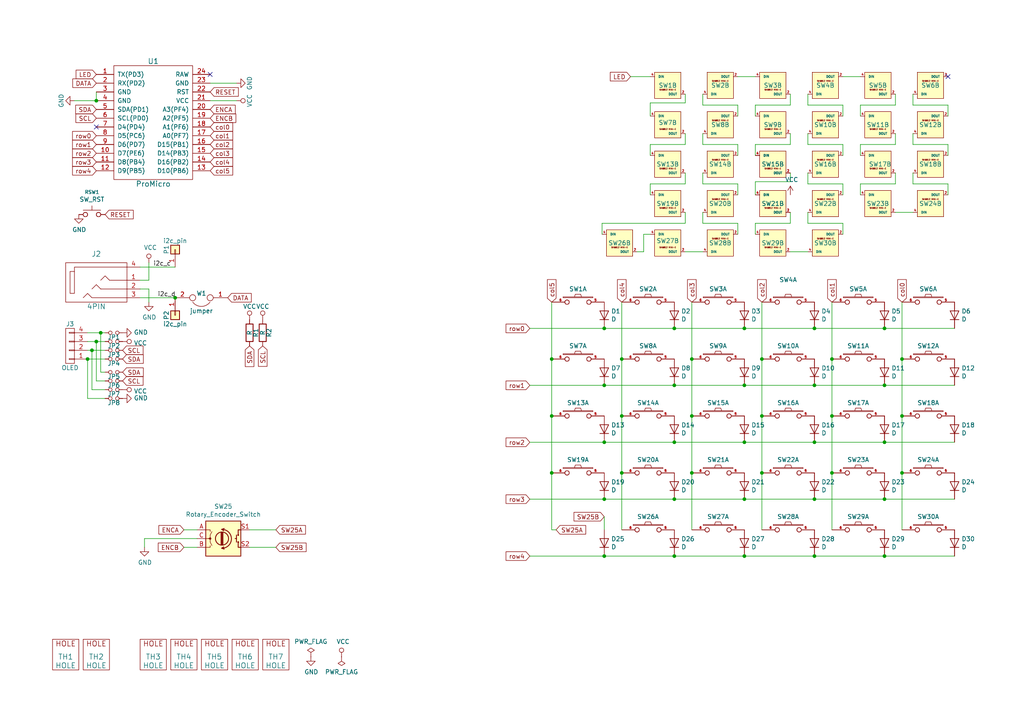
<source format=kicad_sch>
(kicad_sch (version 20230121) (generator eeschema)
  (paper "A4")
  (junction (at 241.3 120.65))
  (junction (at 261.62 104.14))
  (junction (at 175.26 144.78))
  (junction (at 256.54 144.78))
  (junction (at 195.58 161.29))
  (junction (at 200.66 137.16))
  (junction (at 256.54 128.27))
  (junction (at 195.58 128.27))
  (junction (at 261.62 120.65))
  (junction (at 236.22 144.78))
  (junction (at 175.26 161.29))
  (junction (at 180.34 137.16))
  (junction (at 160.02 137.16))
  (junction (at 175.26 128.27))
  (junction (at 236.22 95.25))
  (junction (at 220.98 120.65))
  (junction (at 215.9 128.27))
  (junction (at 195.58 111.76))
  (junction (at 256.54 161.29))
  (junction (at 175.26 111.76))
  (junction (at 29.21 96.52))
  (junction (at 25.4 104.14))
  (junction (at 180.34 120.65))
  (junction (at 200.66 120.65))
  (junction (at 220.98 104.14))
  (junction (at 27.94 29.21))
  (junction (at 50.8 86.36))
  (junction (at 195.58 95.25))
  (junction (at 26.67 101.6))
  (junction (at 220.98 137.16))
  (junction (at 200.66 104.14))
  (junction (at 241.3 137.16))
  (junction (at 180.34 104.14))
  (junction (at 256.54 111.76))
  (junction (at 236.22 128.27))
  (junction (at 236.22 161.29))
  (junction (at 160.02 104.14))
  (junction (at 215.9 144.78))
  (junction (at 215.9 95.25))
  (junction (at 236.22 111.76))
  (junction (at 261.62 137.16))
  (junction (at 27.94 99.06))
  (junction (at 195.58 144.78))
  (junction (at 175.26 95.25))
  (junction (at 215.9 111.76))
  (junction (at 160.02 120.65))
  (junction (at 215.9 161.29))
  (junction (at 241.3 104.14))
  (junction (at 256.54 95.25))
  (no_connect (at 27.94 36.83))
  (no_connect (at 274.955 22.225))
  (no_connect (at 60.96 21.59))
  (wire (pts (xy 30.48 104.14) (xy 25.4 104.14)))
  (wire (pts (xy 198.755 73.025) (xy 203.835 73.025)))
  (wire (pts (xy 229.235 38.735) (xy 229.235 41.91)))
  (wire (pts (xy 234.315 53.34) (xy 234.315 50.165)))
  (wire (pts (xy 219.075 64.77) (xy 219.075 67.945)))
  (wire (pts (xy 26.67 101.6) (xy 26.67 113.03)))
  (wire (pts (xy 259.715 30.48) (xy 249.555 30.48)))
  (wire (pts (xy 174.625 64.77) (xy 174.625 67.945)))
  (wire (pts (xy 213.995 45.085) (xy 213.995 41.91)))
  (wire (pts (xy 203.835 64.77) (xy 203.835 61.595)))
  (wire (pts (xy 25.4 96.52) (xy 29.21 96.52)))
  (wire (pts (xy 264.795 30.48) (xy 264.795 27.305)))
  (wire (pts (xy 180.34 104.14) (xy 180.34 120.65)))
  (wire (pts (xy 213.995 64.77) (xy 203.835 64.77)))
  (wire (pts (xy 198.755 29.845) (xy 188.595 29.845)))
  (wire (pts (xy 26.67 101.6) (xy 30.48 101.6)))
  (wire (pts (xy 256.54 128.27) (xy 276.86 128.27)))
  (wire (pts (xy 215.9 161.29) (xy 236.22 161.29)))
  (wire (pts (xy 244.475 56.515) (xy 244.475 53.34)))
  (wire (pts (xy 274.955 53.34) (xy 264.795 53.34)))
  (wire (pts (xy 203.835 41.91) (xy 203.835 38.735)))
  (wire (pts (xy 256.54 95.25) (xy 276.86 95.25)))
  (wire (pts (xy 244.475 53.34) (xy 234.315 53.34)))
  (wire (pts (xy 229.235 41.91) (xy 219.075 41.91)))
  (wire (pts (xy 264.795 41.91) (xy 264.795 38.735)))
  (wire (pts (xy 261.62 104.14) (xy 261.62 87.63)))
  (wire (pts (xy 160.02 137.16) (xy 160.02 153.67)))
  (wire (pts (xy 234.315 64.77) (xy 234.315 61.595)))
  (wire (pts (xy 249.555 53.34) (xy 249.555 56.515)))
  (wire (pts (xy 261.62 120.65) (xy 261.62 104.14)))
  (wire (pts (xy 200.66 120.65) (xy 200.66 137.16)))
  (wire (pts (xy 203.835 53.34) (xy 203.835 50.165)))
  (wire (pts (xy 274.955 30.48) (xy 264.795 30.48)))
  (wire (pts (xy 188.595 41.91) (xy 188.595 45.085)))
  (wire (pts (xy 274.955 56.515) (xy 274.955 53.34)))
  (wire (pts (xy 244.475 33.655) (xy 244.475 30.48)))
  (wire (pts (xy 241.3 87.63) (xy 241.3 104.14)))
  (wire (pts (xy 259.715 61.595) (xy 264.795 61.595)))
  (wire (pts (xy 195.58 128.27) (xy 215.9 128.27)))
  (wire (pts (xy 213.995 53.34) (xy 203.835 53.34)))
  (wire (pts (xy 236.22 111.76) (xy 256.54 111.76)))
  (wire (pts (xy 215.9 95.25) (xy 236.22 95.25)))
  (wire (pts (xy 72.39 158.75) (xy 80.01 158.75)))
  (wire (pts (xy 229.235 61.595) (xy 229.235 64.77)))
  (wire (pts (xy 213.995 56.515) (xy 213.995 53.34)))
  (wire (pts (xy 259.715 41.91) (xy 249.555 41.91)))
  (wire (pts (xy 195.58 111.76) (xy 175.26 111.76)))
  (wire (pts (xy 60.96 24.13) (xy 68.58 24.13)))
  (wire (pts (xy 186.69 73.025) (xy 186.69 67.945)))
  (wire (pts (xy 43.18 76.2) (xy 43.18 81.28)))
  (wire (pts (xy 175.26 128.27) (xy 153.67 128.27)))
  (wire (pts (xy 53.34 153.67) (xy 57.15 153.67)))
  (wire (pts (xy 180.34 120.65) (xy 180.34 137.16)))
  (wire (pts (xy 41.91 156.21) (xy 41.91 158.75)))
  (wire (pts (xy 261.62 120.65) (xy 261.62 137.16)))
  (wire (pts (xy 259.715 38.735) (xy 259.715 41.91)))
  (wire (pts (xy 27.94 99.06) (xy 30.48 99.06)))
  (wire (pts (xy 259.715 27.305) (xy 259.715 30.48)))
  (wire (pts (xy 198.755 38.735) (xy 198.755 41.91)))
  (wire (pts (xy 241.3 137.16) (xy 241.3 120.65)))
  (wire (pts (xy 200.66 137.16) (xy 200.66 153.67)))
  (wire (pts (xy 244.475 22.225) (xy 249.555 22.225)))
  (wire (pts (xy 175.26 144.78) (xy 153.67 144.78)))
  (wire (pts (xy 175.26 161.29) (xy 195.58 161.29)))
  (wire (pts (xy 215.9 128.27) (xy 236.22 128.27)))
  (wire (pts (xy 198.755 50.165) (xy 198.755 53.34)))
  (wire (pts (xy 25.4 104.14) (xy 25.4 115.57)))
  (wire (pts (xy 198.755 41.91) (xy 188.595 41.91)))
  (wire (pts (xy 229.235 73.025) (xy 234.315 73.025)))
  (wire (pts (xy 241.3 137.16) (xy 241.3 153.67)))
  (wire (pts (xy 256.54 95.25) (xy 236.22 95.25)))
  (wire (pts (xy 57.15 156.21) (xy 41.91 156.21)))
  (wire (pts (xy 180.34 87.63) (xy 180.34 104.14)))
  (wire (pts (xy 220.98 104.14) (xy 220.98 120.65)))
  (wire (pts (xy 27.94 29.21) (xy 21.59 29.21)))
  (wire (pts (xy 43.18 83.82) (xy 43.18 87.63)))
  (wire (pts (xy 198.755 27.305) (xy 198.755 29.845)))
  (wire (pts (xy 188.595 29.845) (xy 188.595 33.655)))
  (wire (pts (xy 160.02 87.63) (xy 160.02 104.14)))
  (wire (pts (xy 27.94 26.67) (xy 27.94 29.21)))
  (wire (pts (xy 40.64 77.47) (xy 50.8 77.47)))
  (wire (pts (xy 25.4 115.57) (xy 30.48 115.57)))
  (wire (pts (xy 259.715 50.165) (xy 259.715 53.34)))
  (wire (pts (xy 72.39 153.67) (xy 80.01 153.67)))
  (wire (pts (xy 175.26 111.76) (xy 153.67 111.76)))
  (wire (pts (xy 215.9 111.76) (xy 236.22 111.76)))
  (wire (pts (xy 213.995 33.655) (xy 213.995 30.48)))
  (wire (pts (xy 229.235 30.48) (xy 219.075 30.48)))
  (wire (pts (xy 40.64 86.36) (xy 50.8 86.36)))
  (wire (pts (xy 241.3 104.14) (xy 241.3 120.65)))
  (wire (pts (xy 213.995 22.225) (xy 219.075 22.225)))
  (wire (pts (xy 43.18 81.28) (xy 40.64 81.28)))
  (wire (pts (xy 261.62 137.16) (xy 261.62 153.67)))
  (wire (pts (xy 236.22 144.78) (xy 256.54 144.78)))
  (wire (pts (xy 195.58 161.29) (xy 215.9 161.29)))
  (wire (pts (xy 182.88 22.225) (xy 188.595 22.225)))
  (wire (pts (xy 229.235 52.705) (xy 219.075 52.705)))
  (wire (pts (xy 25.4 99.06) (xy 27.94 99.06)))
  (wire (pts (xy 215.9 144.78) (xy 236.22 144.78)))
  (wire (pts (xy 198.755 61.595) (xy 198.755 64.77)))
  (wire (pts (xy 256.54 111.76) (xy 276.86 111.76)))
  (wire (pts (xy 244.475 30.48) (xy 234.315 30.48)))
  (wire (pts (xy 244.475 64.77) (xy 234.315 64.77)))
  (wire (pts (xy 175.26 95.25) (xy 153.67 95.25)))
  (wire (pts (xy 219.075 52.705) (xy 219.075 56.515)))
  (wire (pts (xy 53.34 158.75) (xy 57.15 158.75)))
  (wire (pts (xy 25.4 101.6) (xy 26.67 101.6)))
  (wire (pts (xy 219.075 41.91) (xy 219.075 45.085)))
  (wire (pts (xy 234.315 41.91) (xy 234.315 38.735)))
  (wire (pts (xy 244.475 45.085) (xy 244.475 41.91)))
  (wire (pts (xy 229.235 50.165) (xy 229.235 52.705)))
  (wire (pts (xy 256.54 144.78) (xy 276.86 144.78)))
  (wire (pts (xy 229.235 64.77) (xy 219.075 64.77)))
  (wire (pts (xy 180.34 137.16) (xy 180.34 153.67)))
  (wire (pts (xy 153.67 161.29) (xy 175.26 161.29)))
  (wire (pts (xy 195.58 95.25) (xy 175.26 95.25)))
  (wire (pts (xy 160.02 153.67) (xy 161.29 153.67)))
  (wire (pts (xy 220.98 120.65) (xy 220.98 137.16)))
  (wire (pts (xy 29.21 96.52) (xy 30.48 96.52)))
  (wire (pts (xy 200.66 87.63) (xy 200.66 104.14)))
  (wire (pts (xy 203.835 30.48) (xy 203.835 27.305)))
  (wire (pts (xy 234.315 30.48) (xy 234.315 27.305)))
  (wire (pts (xy 249.555 41.91) (xy 249.555 45.085)))
  (wire (pts (xy 236.22 128.27) (xy 256.54 128.27)))
  (wire (pts (xy 264.795 53.34) (xy 264.795 50.165)))
  (wire (pts (xy 198.755 53.34) (xy 188.595 53.34)))
  (wire (pts (xy 274.955 41.91) (xy 264.795 41.91)))
  (wire (pts (xy 213.995 67.945) (xy 213.995 64.77)))
  (wire (pts (xy 175.26 149.86) (xy 175.26 153.67)))
  (wire (pts (xy 195.58 144.78) (xy 215.9 144.78)))
  (wire (pts (xy 198.755 64.77) (xy 174.625 64.77)))
  (wire (pts (xy 259.715 53.34) (xy 249.555 53.34)))
  (wire (pts (xy 195.58 111.76) (xy 215.9 111.76)))
  (wire (pts (xy 236.22 161.29) (xy 256.54 161.29)))
  (wire (pts (xy 213.995 30.48) (xy 203.835 30.48)))
  (wire (pts (xy 188.595 53.34) (xy 188.595 56.515)))
  (wire (pts (xy 244.475 41.91) (xy 234.315 41.91)))
  (wire (pts (xy 229.235 27.305) (xy 229.235 30.48)))
  (wire (pts (xy 195.58 95.25) (xy 215.9 95.25)))
  (wire (pts (xy 26.67 113.03) (xy 30.48 113.03)))
  (wire (pts (xy 244.475 67.945) (xy 244.475 64.77)))
  (wire (pts (xy 200.66 104.14) (xy 200.66 120.65)))
  (wire (pts (xy 40.64 83.82) (xy 43.18 83.82)))
  (wire (pts (xy 29.21 107.95) (xy 30.48 107.95)))
  (wire (pts (xy 256.54 161.29) (xy 276.86 161.29)))
  (wire (pts (xy 195.58 144.78) (xy 175.26 144.78)))
  (wire (pts (xy 220.98 137.16) (xy 220.98 153.67)))
  (wire (pts (xy 186.69 67.945) (xy 188.595 67.945)))
  (wire (pts (xy 274.955 45.085) (xy 274.955 41.91)))
  (wire (pts (xy 27.94 99.06) (xy 27.94 110.49)))
  (wire (pts (xy 195.58 128.27) (xy 175.26 128.27)))
  (wire (pts (xy 160.02 120.65) (xy 160.02 137.16)))
  (wire (pts (xy 274.955 33.655) (xy 274.955 30.48)))
  (wire (pts (xy 219.075 30.48) (xy 219.075 33.655)))
  (wire (pts (xy 160.02 104.14) (xy 160.02 120.65)))
  (wire (pts (xy 220.98 87.63) (xy 220.98 104.14)))
  (wire (pts (xy 27.94 110.49) (xy 30.48 110.49)))
  (wire (pts (xy 29.21 96.52) (xy 29.21 107.95)))
  (wire (pts (xy 213.995 41.91) (xy 203.835 41.91)))
  (wire (pts (xy 184.785 73.025) (xy 186.69 73.025)))
  (wire (pts (xy 60.96 29.21) (xy 68.58 29.21)))
  (wire (pts (xy 249.555 30.48) (xy 249.555 33.655)))
  (label "i2c_d" (at 45.72 86.36 0))
  (label "i2c_c" (at 44.45 77.47 0))
  (global_label "col1" (shape input) (at 60.96 39.37 0) (property "Intersheetrefs" "${INTERSHEET_REFS}" (effects hide)))
  (global_label "col3" (shape input) (at 60.96 44.45 0) (property "Intersheetrefs" "${INTERSHEET_REFS}" (effects hide)))
  (global_label "LED" (shape input) (at 27.94 21.59 180) (property "Intersheetrefs" "${INTERSHEET_REFS}" (effects hide)))
  (global_label "row0" (shape input) (at 27.94 39.37 180) (property "Intersheetrefs" "${INTERSHEET_REFS}" (effects hide)))
  (global_label "SDA" (shape input) (at 72.39 100.33 270) (property "Intersheetrefs" "${INTERSHEET_REFS}" (effects hide)))
  (global_label "LED" (shape input) (at 182.88 22.225 180) (property "Intersheetrefs" "${INTERSHEET_REFS}" (effects hide)))
  (global_label "col0" (shape input) (at 261.62 87.63 90) (property "Intersheetrefs" "${INTERSHEET_REFS}" (effects hide)))
  (global_label "col5" (shape input) (at 60.96 49.53 0) (property "Intersheetrefs" "${INTERSHEET_REFS}" (effects hide)))
  (global_label "SCL" (shape input) (at 35.56 110.49 0) (property "Intersheetrefs" "${INTERSHEET_REFS}" (effects hide)))
  (global_label "row1" (shape input) (at 27.94 41.91 180) (property "Intersheetrefs" "${INTERSHEET_REFS}" (effects hide)))
  (global_label "col5" (shape input) (at 160.02 87.63 90) (property "Intersheetrefs" "${INTERSHEET_REFS}" (effects hide)))
  (global_label "col4" (shape input) (at 180.34 87.63 90) (property "Intersheetrefs" "${INTERSHEET_REFS}" (effects hide)))
  (global_label "SW25B" (shape input) (at 80.01 158.75 0) (property "Intersheetrefs" "${INTERSHEET_REFS}" (effects hide)))
  (global_label "SW25B" (shape input) (at 175.26 149.86 180) (property "Intersheetrefs" "${INTERSHEET_REFS}" (effects hide)))
  (global_label "DATA" (shape input) (at 27.94 24.13 180) (property "Intersheetrefs" "${INTERSHEET_REFS}" (effects hide)))
  (global_label "ENCA" (shape input) (at 60.96 31.75 0) (property "Intersheetrefs" "${INTERSHEET_REFS}" (effects hide)))
  (global_label "SCL" (shape input) (at 35.56 101.6 0) (property "Intersheetrefs" "${INTERSHEET_REFS}" (effects hide)))
  (global_label "row3" (shape input) (at 153.67 144.78 180) (property "Intersheetrefs" "${INTERSHEET_REFS}" (effects hide)))
  (global_label "col3" (shape input) (at 200.66 87.63 90) (property "Intersheetrefs" "${INTERSHEET_REFS}" (effects hide)))
  (global_label "RESET" (shape input) (at 30.48 62.23 0) (property "Intersheetrefs" "${INTERSHEET_REFS}" (effects hide)))
  (global_label "SDA" (shape input) (at 35.56 104.14 0) (property "Intersheetrefs" "${INTERSHEET_REFS}" (effects hide)))
  (global_label "ENCB" (shape input) (at 60.96 34.29 0) (property "Intersheetrefs" "${INTERSHEET_REFS}" (effects hide)))
  (global_label "row2" (shape input) (at 27.94 44.45 180) (property "Intersheetrefs" "${INTERSHEET_REFS}" (effects hide)))
  (global_label "row4" (shape input) (at 27.94 49.53 180) (property "Intersheetrefs" "${INTERSHEET_REFS}" (effects hide)))
  (global_label "col4" (shape input) (at 60.96 46.99 0) (property "Intersheetrefs" "${INTERSHEET_REFS}" (effects hide)))
  (global_label "RESET" (shape input) (at 60.96 26.67 0) (property "Intersheetrefs" "${INTERSHEET_REFS}" (effects hide)))
  (global_label "col2" (shape input) (at 220.98 87.63 90) (property "Intersheetrefs" "${INTERSHEET_REFS}" (effects hide)))
  (global_label "col1" (shape input) (at 241.3 87.63 90) (property "Intersheetrefs" "${INTERSHEET_REFS}" (effects hide)))
  (global_label "row4" (shape input) (at 153.67 161.29 180) (property "Intersheetrefs" "${INTERSHEET_REFS}" (effects hide)))
  (global_label "row2" (shape input) (at 153.67 128.27 180) (property "Intersheetrefs" "${INTERSHEET_REFS}" (effects hide)))
  (global_label "row3" (shape input) (at 27.94 46.99 180) (property "Intersheetrefs" "${INTERSHEET_REFS}" (effects hide)))
  (global_label "SCL" (shape input) (at 27.94 34.29 180) (property "Intersheetrefs" "${INTERSHEET_REFS}" (effects hide)))
  (global_label "ENCA" (shape input) (at 53.34 153.67 180) (property "Intersheetrefs" "${INTERSHEET_REFS}" (effects hide)))
  (global_label "ENCB" (shape input) (at 53.34 158.75 180) (property "Intersheetrefs" "${INTERSHEET_REFS}" (effects hide)))
  (global_label "SDA" (shape input) (at 35.56 107.95 0) (property "Intersheetrefs" "${INTERSHEET_REFS}" (effects hide)))
  (global_label "col0" (shape input) (at 60.96 36.83 0) (property "Intersheetrefs" "${INTERSHEET_REFS}" (effects hide)))
  (global_label "SW25A" (shape input) (at 161.29 153.67 0) (property "Intersheetrefs" "${INTERSHEET_REFS}" (effects hide)))
  (global_label "DATA" (shape input) (at 66.04 86.36 0) (property "Intersheetrefs" "${INTERSHEET_REFS}" (effects hide)))
  (global_label "SW25A" (shape input) (at 80.01 153.67 0) (property "Intersheetrefs" "${INTERSHEET_REFS}" (effects hide)))
  (global_label "SCL" (shape input) (at 76.2 100.33 270) (property "Intersheetrefs" "${INTERSHEET_REFS}" (effects hide)))
  (global_label "row0" (shape input) (at 153.67 95.25 180) (property "Intersheetrefs" "${INTERSHEET_REFS}" (effects hide)))
  (global_label "row1" (shape input) (at 153.67 111.76 180) (property "Intersheetrefs" "${INTERSHEET_REFS}" (effects hide)))
  (global_label "SDA" (shape input) (at 27.94 31.75 180) (property "Intersheetrefs" "${INTERSHEET_REFS}" (effects hide)))
  (global_label "col2" (shape input) (at 60.96 41.91 0) (property "Intersheetrefs" "${INTERSHEET_REFS}" (effects hide)))
  (symbol (lib_id "SofleKeyboard-rescue:ProMicro_2-Lily58-cache-Lily58_Pro-rescue") (at 44.45 35.56 0) (unit 1)
    (property "Reference" "U1" (at 44.45 17.78 0) (effects (font (size 1.524 1.524))))
    (property "Value" "ProMicro" (at 44.45 53.34 0) (effects (font (size 1.524 1.524))))
    (property "Footprint" "SofleKeyboard-footprint:ProMicro" (effects hide))
  )
  (symbol (lib_id "SofleKeyboard:SW_PUSH_LED") (at 187.96 153.67 0) (unit 1)
    (property "Reference" "SW26" (at 187.96 149.86 0))
    (property "Value" "SW_PUSH_LED" (effects hide))
    (property "Footprint" "SofleChoc:Choc_Hotswap_SK6812MiniE" (effects hide))
  )
  (symbol (lib_id "SofleKeyboard:SW_PUSH_LED") (at 167.64 87.63 0) (unit 1)
    (property "Reference" "SW1" (at 167.64 83.82 0))
    (property "Value" "SW_PUSH_LED" (effects hide))
    (property "Footprint" "SofleChoc:Choc_Hotswap_SK6812MiniE" (effects hide))
  )
  (symbol (lib_id "SofleKeyboard-rescue:D-Lily58-cache-Lily58_Pro-rescue") (at 175.26 91.44 90) (unit 1)
    (property "Reference" "D1" (at 177.2666 90.2716 90) (effects (justify right)))
    (property "Value" "D" (at 177.2666 92.583 90) (effects (justify right)))
    (property "Footprint" "Diode_SMD:crkbd-diode" (effects hide))
  )
  (symbol (lib_id "SofleKeyboard:SW_PUSH_LED") (at 187.96 87.63 0) (unit 1)
    (property "Reference" "SW2" (at 187.96 83.82 0))
    (property "Value" "SW_PUSH_LED" (effects hide))
    (property "Footprint" "SofleChoc:Choc_Hotswap_SK6812MiniE" (effects hide))
  )
  (symbol (lib_id "SofleKeyboard-rescue:D-Lily58-cache-Lily58_Pro-rescue") (at 195.58 91.44 90) (unit 1)
    (property "Reference" "D2" (at 197.5866 90.2716 90) (effects (justify right)))
    (property "Value" "D" (at 197.5866 92.583 90) (effects (justify right)))
    (property "Footprint" "Diode_SMD:crkbd-diode" (effects hide))
  )
  (symbol (lib_id "SofleKeyboard:SW_PUSH_LED") (at 208.28 87.63 0) (unit 1)
    (property "Reference" "SW3" (at 208.28 83.82 0))
    (property "Value" "SW_PUSH_LED" (effects hide))
    (property "Footprint" "SofleChoc:Choc_Hotswap_SK6812MiniE" (effects hide))
  )
  (symbol (lib_id "SofleKeyboard-rescue:D-Lily58-cache-Lily58_Pro-rescue") (at 215.9 91.44 90) (unit 1)
    (property "Reference" "D3" (at 217.9066 90.2716 90) (effects (justify right)))
    (property "Value" "D" (at 217.9066 92.583 90) (effects (justify right)))
    (property "Footprint" "Diode_SMD:crkbd-diode" (effects hide))
  )
  (symbol (lib_id "SofleKeyboard:SW_PUSH_LED") (at 228.6 87.63 0) (unit 1)
    (property "Reference" "SW4" (at 228.6 81.153 0))
    (property "Value" "SW_PUSH_LED" (effects hide))
    (property "Footprint" "SofleChoc:Choc_Hotswap_SK6812MiniE" (effects hide))
  )
  (symbol (lib_id "SofleKeyboard-rescue:D-Lily58-cache-Lily58_Pro-rescue") (at 236.22 91.44 90) (unit 1)
    (property "Reference" "D4" (at 238.2266 90.2716 90) (effects (justify right)))
    (property "Value" "D" (at 238.2266 92.583 90) (effects (justify right)))
    (property "Footprint" "Diode_SMD:crkbd-diode" (effects hide))
  )
  (symbol (lib_id "SofleKeyboard:SW_PUSH_LED") (at 248.92 87.63 0) (unit 1)
    (property "Reference" "SW5" (at 248.92 83.82 0))
    (property "Value" "SW_PUSH_LED" (effects hide))
    (property "Footprint" "SofleChoc:Choc_Hotswap_SK6812MiniE" (effects hide))
  )
  (symbol (lib_id "SofleKeyboard-rescue:D-Lily58-cache-Lily58_Pro-rescue") (at 256.54 91.44 90) (unit 1)
    (property "Reference" "D5" (at 258.5466 90.2716 90) (effects (justify right)))
    (property "Value" "D" (at 258.5466 92.583 90) (effects (justify right)))
    (property "Footprint" "Diode_SMD:crkbd-diode" (effects hide))
  )
  (symbol (lib_id "SofleKeyboard:SW_PUSH_LED") (at 269.24 87.63 0) (unit 1)
    (property "Reference" "SW6" (at 269.24 83.82 0))
    (property "Value" "SW_PUSH_LED" (effects hide))
    (property "Footprint" "SofleChoc:Choc_Hotswap_SK6812MiniE" (effects hide))
  )
  (symbol (lib_id "SofleKeyboard-rescue:D-Lily58-cache-Lily58_Pro-rescue") (at 276.86 91.44 90) (unit 1)
    (property "Reference" "D6" (at 278.8666 90.2716 90) (effects (justify right)))
    (property "Value" "D" (at 278.8666 92.583 90) (effects (justify right)))
    (property "Footprint" "Diode_SMD:crkbd-diode" (effects hide))
  )
  (symbol (lib_id "SofleKeyboard:SW_PUSH_LED") (at 187.96 104.14 0) (unit 1)
    (property "Reference" "SW8" (at 187.96 100.33 0))
    (property "Value" "SW_PUSH_LED" (effects hide))
    (property "Footprint" "SofleChoc:Choc_Hotswap_SK6812MiniE" (effects hide))
  )
  (symbol (lib_id "SofleKeyboard:SW_PUSH_LED") (at 208.28 104.14 0) (unit 1)
    (property "Reference" "SW9" (at 208.28 100.33 0))
    (property "Value" "SW_PUSH_LED" (effects hide))
    (property "Footprint" "SofleChoc:Choc_Hotswap_SK6812MiniE" (effects hide))
  )
  (symbol (lib_id "SofleKeyboard:SW_PUSH_LED") (at 228.6 104.14 0) (unit 1)
    (property "Reference" "SW10" (at 228.6 100.33 0))
    (property "Value" "SW_PUSH_LED" (effects hide))
    (property "Footprint" "SofleChoc:Choc_Hotswap_SK6812MiniE" (effects hide))
  )
  (symbol (lib_id "SofleKeyboard:SW_PUSH_LED") (at 248.92 104.14 0) (unit 1)
    (property "Reference" "SW11" (at 248.92 100.33 0))
    (property "Value" "SW_PUSH_LED" (effects hide))
    (property "Footprint" "SofleChoc:Choc_Hotswap_SK6812MiniE" (effects hide))
  )
  (symbol (lib_id "SofleKeyboard:SW_PUSH_LED") (at 269.24 104.14 0) (unit 1)
    (property "Reference" "SW12" (at 269.24 100.33 0))
    (property "Value" "SW_PUSH_LED" (effects hide))
    (property "Footprint" "SofleChoc:Choc_Hotswap_SK6812MiniE" (effects hide))
  )
  (symbol (lib_id "SofleKeyboard:SW_PUSH_LED") (at 167.64 104.14 0) (unit 1)
    (property "Reference" "SW7" (at 167.64 100.33 0))
    (property "Value" "SW_PUSH_LED" (effects hide))
    (property "Footprint" "SofleChoc:Choc_Hotswap_SK6812MiniE" (effects hide))
  )
  (symbol (lib_id "SofleKeyboard-rescue:D-Lily58-cache-Lily58_Pro-rescue") (at 175.26 107.95 90) (unit 1)
    (property "Reference" "D7" (at 177.2666 106.7816 90) (effects (justify right)))
    (property "Value" "D" (at 177.2666 109.093 90) (effects (justify right)))
    (property "Footprint" "Diode_SMD:crkbd-diode" (effects hide))
  )
  (symbol (lib_id "SofleKeyboard-rescue:D-Lily58-cache-Lily58_Pro-rescue") (at 195.58 107.95 90) (unit 1)
    (property "Reference" "D8" (at 197.5866 106.7816 90) (effects (justify right)))
    (property "Value" "D" (at 197.5866 109.093 90) (effects (justify right)))
    (property "Footprint" "Diode_SMD:crkbd-diode" (effects hide))
  )
  (symbol (lib_id "SofleKeyboard-rescue:D-Lily58-cache-Lily58_Pro-rescue") (at 215.9 107.95 90) (unit 1)
    (property "Reference" "D9" (at 217.9066 106.7816 90) (effects (justify right)))
    (property "Value" "D" (at 217.9066 109.093 90) (effects (justify right)))
    (property "Footprint" "Diode_SMD:crkbd-diode" (effects hide))
  )
  (symbol (lib_id "SofleKeyboard-rescue:D-Lily58-cache-Lily58_Pro-rescue") (at 236.22 107.95 90) (unit 1)
    (property "Reference" "D10" (at 238.2266 106.7816 90) (effects (justify right)))
    (property "Value" "D" (at 238.2266 109.093 90) (effects (justify right)))
    (property "Footprint" "Diode_SMD:crkbd-diode" (effects hide))
  )
  (symbol (lib_id "SofleKeyboard-rescue:D-Lily58-cache-Lily58_Pro-rescue") (at 256.54 107.95 90) (unit 1)
    (property "Reference" "D11" (at 258.5466 106.7816 90) (effects (justify right)))
    (property "Value" "D" (at 258.5466 109.093 90) (effects (justify right)))
    (property "Footprint" "Diode_SMD:crkbd-diode" (effects hide))
  )
  (symbol (lib_id "SofleKeyboard-rescue:D-Lily58-cache-Lily58_Pro-rescue") (at 276.86 107.95 90) (unit 1)
    (property "Reference" "D12" (at 278.8666 106.7816 90) (effects (justify right)))
    (property "Value" "D" (at 278.8666 109.093 90) (effects (justify right)))
    (property "Footprint" "Diode_SMD:crkbd-diode" (effects hide))
  )
  (symbol (lib_id "SofleKeyboard:SW_PUSH_LED") (at 167.64 120.65 0) (unit 1)
    (property "Reference" "SW13" (at 167.64 116.84 0))
    (property "Value" "SW_PUSH_LED" (effects hide))
    (property "Footprint" "SofleChoc:Choc_Hotswap_SK6812MiniE" (effects hide))
  )
  (symbol (lib_id "SofleKeyboard:SW_PUSH_LED") (at 187.96 120.65 0) (unit 1)
    (property "Reference" "SW14" (at 187.96 116.84 0))
    (property "Value" "SW_PUSH_LED" (effects hide))
    (property "Footprint" "SofleChoc:Choc_Hotswap_SK6812MiniE" (effects hide))
  )
  (symbol (lib_id "SofleKeyboard:SW_PUSH_LED") (at 208.28 120.65 0) (unit 1)
    (property "Reference" "SW15" (at 208.28 116.84 0))
    (property "Value" "SW_PUSH_LED" (effects hide))
    (property "Footprint" "SofleChoc:Choc_Hotswap_SK6812MiniE" (effects hide))
  )
  (symbol (lib_id "SofleKeyboard:SW_PUSH_LED") (at 228.6 120.65 0) (unit 1)
    (property "Reference" "SW16" (at 228.6 116.84 0))
    (property "Value" "SW_PUSH_LED" (effects hide))
    (property "Footprint" "SofleChoc:Choc_Hotswap_SK6812MiniE" (effects hide))
  )
  (symbol (lib_id "SofleKeyboard:SW_PUSH_LED") (at 248.92 120.65 0) (unit 1)
    (property "Reference" "SW17" (at 248.92 116.84 0))
    (property "Value" "SW_PUSH_LED" (effects hide))
    (property "Footprint" "SofleChoc:Choc_Hotswap_SK6812MiniE" (effects hide))
  )
  (symbol (lib_id "SofleKeyboard:SW_PUSH_LED") (at 269.24 120.65 0) (unit 1)
    (property "Reference" "SW18" (at 269.24 116.84 0))
    (property "Value" "SW_PUSH_LED" (effects hide))
    (property "Footprint" "SofleChoc:Choc_Hotswap_SK6812MiniE" (effects hide))
  )
  (symbol (lib_id "SofleKeyboard-rescue:D-Lily58-cache-Lily58_Pro-rescue") (at 175.26 124.46 90) (unit 1)
    (property "Reference" "D13" (at 177.2666 123.2916 90) (effects (justify right)))
    (property "Value" "D" (at 177.2666 125.603 90) (effects (justify right)))
    (property "Footprint" "Diode_SMD:crkbd-diode" (effects hide))
  )
  (symbol (lib_id "SofleKeyboard-rescue:D-Lily58-cache-Lily58_Pro-rescue") (at 195.58 124.46 90) (unit 1)
    (property "Reference" "D14" (at 197.5866 123.2916 90) (effects (justify right)))
    (property "Value" "D" (at 197.5866 125.603 90) (effects (justify right)))
    (property "Footprint" "Diode_SMD:crkbd-diode" (effects hide))
  )
  (symbol (lib_id "SofleKeyboard-rescue:D-Lily58-cache-Lily58_Pro-rescue") (at 215.9 124.46 90) (unit 1)
    (property "Reference" "D15" (at 217.9066 123.2916 90) (effects (justify right)))
    (property "Value" "D" (at 217.9066 125.603 90) (effects (justify right)))
    (property "Footprint" "Diode_SMD:crkbd-diode" (effects hide))
  )
  (symbol (lib_id "SofleKeyboard-rescue:D-Lily58-cache-Lily58_Pro-rescue") (at 236.22 124.46 90) (unit 1)
    (property "Reference" "D16" (at 238.2266 123.2916 90) (effects (justify right)))
    (property "Value" "D" (at 238.2266 125.603 90) (effects (justify right)))
    (property "Footprint" "Diode_SMD:crkbd-diode" (effects hide))
  )
  (symbol (lib_id "SofleKeyboard-rescue:D-Lily58-cache-Lily58_Pro-rescue") (at 256.54 124.46 90) (unit 1)
    (property "Reference" "D17" (at 258.5466 123.2916 90) (effects (justify right)))
    (property "Value" "D" (at 258.5466 125.603 90) (effects (justify right)))
    (property "Footprint" "Diode_SMD:crkbd-diode" (effects hide))
  )
  (symbol (lib_id "SofleKeyboard-rescue:D-Lily58-cache-Lily58_Pro-rescue") (at 276.86 124.46 90) (unit 1)
    (property "Reference" "D18" (at 278.8666 123.2916 90) (effects (justify right)))
    (property "Value" "D" (at 278.8666 125.603 90) (effects (justify right)))
    (property "Footprint" "Diode_SMD:crkbd-diode" (effects hide))
  )
  (symbol (lib_id "SofleKeyboard:SW_PUSH_LED") (at 208.28 137.16 0) (unit 1)
    (property "Reference" "SW21" (at 208.28 133.35 0))
    (property "Value" "SW_PUSH_LED" (effects hide))
    (property "Footprint" "SofleChoc:Choc_Hotswap_SK6812MiniE" (effects hide))
  )
  (symbol (lib_id "SofleKeyboard:SW_PUSH_LED") (at 228.6 137.16 0) (unit 1)
    (property "Reference" "SW22" (at 228.6 133.35 0))
    (property "Value" "SW_PUSH_LED" (effects hide))
    (property "Footprint" "SofleChoc:Choc_Hotswap_SK6812MiniE" (effects hide))
  )
  (symbol (lib_id "SofleKeyboard:SW_PUSH_LED") (at 248.92 137.16 0) (unit 1)
    (property "Reference" "SW23" (at 248.92 133.35 0))
    (property "Value" "SW_PUSH_LED" (effects hide))
    (property "Footprint" "SofleChoc:Choc_Hotswap_SK6812MiniE" (effects hide))
  )
  (symbol (lib_id "SofleKeyboard:SW_PUSH_LED") (at 269.24 137.16 0) (unit 1)
    (property "Reference" "SW24" (at 269.24 133.35 0))
    (property "Value" "SW_PUSH_LED" (effects hide))
    (property "Footprint" "SofleChoc:Choc_Hotswap_SK6812MiniE" (effects hide))
  )
  (symbol (lib_id "SofleKeyboard:SW_PUSH_LED") (at 187.96 137.16 0) (unit 1)
    (property "Reference" "SW20" (at 187.96 133.35 0))
    (property "Value" "SW_PUSH_LED" (effects hide))
    (property "Footprint" "SofleChoc:Choc_Hotswap_SK6812MiniE" (effects hide))
  )
  (symbol (lib_id "SofleKeyboard:SW_PUSH_LED") (at 167.64 137.16 0) (unit 1)
    (property "Reference" "SW19" (at 167.64 133.35 0))
    (property "Value" "SW_PUSH_LED" (effects hide))
    (property "Footprint" "SofleChoc:Choc_Hotswap_SK6812MiniE" (effects hide))
  )
  (symbol (lib_id "SofleKeyboard-rescue:D-Lily58-cache-Lily58_Pro-rescue") (at 175.26 140.97 90) (unit 1)
    (property "Reference" "D19" (at 177.2666 139.8016 90) (effects (justify right)))
    (property "Value" "D" (at 177.2666 142.113 90) (effects (justify right)))
    (property "Footprint" "Diode_SMD:crkbd-diode" (effects hide))
  )
  (symbol (lib_id "SofleKeyboard-rescue:D-Lily58-cache-Lily58_Pro-rescue") (at 195.58 140.97 90) (unit 1)
    (property "Reference" "D20" (at 197.5866 139.8016 90) (effects (justify right)))
    (property "Value" "D" (at 197.5866 142.113 90) (effects (justify right)))
    (property "Footprint" "Diode_SMD:crkbd-diode" (effects hide))
  )
  (symbol (lib_id "SofleKeyboard-rescue:D-Lily58-cache-Lily58_Pro-rescue") (at 215.9 140.97 90) (unit 1)
    (property "Reference" "D21" (at 217.9066 139.8016 90) (effects (justify right)))
    (property "Value" "D" (at 217.9066 142.113 90) (effects (justify right)))
    (property "Footprint" "Diode_SMD:crkbd-diode" (effects hide))
  )
  (symbol (lib_id "SofleKeyboard-rescue:D-Lily58-cache-Lily58_Pro-rescue") (at 236.22 140.97 90) (unit 1)
    (property "Reference" "D22" (at 238.2266 139.8016 90) (effects (justify right)))
    (property "Value" "D" (at 238.2266 142.113 90) (effects (justify right)))
    (property "Footprint" "Diode_SMD:crkbd-diode" (effects hide))
  )
  (symbol (lib_id "SofleKeyboard-rescue:D-Lily58-cache-Lily58_Pro-rescue") (at 256.54 140.97 90) (unit 1)
    (property "Reference" "D23" (at 258.5466 139.8016 90) (effects (justify right)))
    (property "Value" "D" (at 258.5466 142.113 90) (effects (justify right)))
    (property "Footprint" "Diode_SMD:crkbd-diode" (effects hide))
  )
  (symbol (lib_id "SofleKeyboard-rescue:D-Lily58-cache-Lily58_Pro-rescue") (at 276.86 140.97 90) (unit 1)
    (property "Reference" "D24" (at 278.8666 139.8016 90) (effects (justify right)))
    (property "Value" "D" (at 278.8666 142.113 90) (effects (justify right)))
    (property "Footprint" "Diode_SMD:crkbd-diode" (effects hide))
  )
  (symbol (lib_id "SofleKeyboard:SW_PUSH_LED") (at 208.28 153.67 0) (unit 1)
    (property "Reference" "SW27" (at 208.28 149.86 0))
    (property "Value" "SW_PUSH_LED" (effects hide))
    (property "Footprint" "SofleChoc:Choc_Hotswap_SK6812MiniE" (effects hide))
  )
  (symbol (lib_id "SofleKeyboard:SW_PUSH_LED") (at 228.6 153.67 0) (unit 1)
    (property "Reference" "SW28" (at 228.6 149.86 0))
    (property "Value" "SW_PUSH_LED" (effects hide))
    (property "Footprint" "SofleChoc:Choc_Hotswap_SK6812MiniE" (effects hide))
  )
  (symbol (lib_id "SofleKeyboard:SW_PUSH_LED") (at 248.92 153.67 0) (unit 1)
    (property "Reference" "SW29" (at 248.92 149.86 0))
    (property "Value" "SW_PUSH_LED" (effects hide))
    (property "Footprint" "SofleChoc:Choc_Hotswap_SK6812MiniE" (effects hide))
  )
  (symbol (lib_id "SofleKeyboard-rescue:D-Lily58-cache-Lily58_Pro-rescue") (at 175.26 157.48 90) (unit 1)
    (property "Reference" "D25" (at 177.2666 156.3116 90) (effects (justify right)))
    (property "Value" "D" (at 177.2666 158.623 90) (effects (justify right)))
    (property "Footprint" "Diode_SMD:crkbd-diode" (effects hide))
  )
  (symbol (lib_id "SofleKeyboard-rescue:D-Lily58-cache-Lily58_Pro-rescue") (at 195.58 157.48 90) (unit 1)
    (property "Reference" "D26" (at 197.5866 156.3116 90) (effects (justify right)))
    (property "Value" "D" (at 197.5866 158.623 90) (effects (justify right)))
    (property "Footprint" "Diode_SMD:crkbd-diode" (effects hide))
  )
  (symbol (lib_id "SofleKeyboard-rescue:D-Lily58-cache-Lily58_Pro-rescue") (at 215.9 157.48 90) (unit 1)
    (property "Reference" "D27" (at 217.9066 156.3116 90) (effects (justify right)))
    (property "Value" "D" (at 217.9066 158.623 90) (effects (justify right)))
    (property "Footprint" "Diode_SMD:crkbd-diode" (effects hide))
  )
  (symbol (lib_id "SofleKeyboard-rescue:D-Lily58-cache-Lily58_Pro-rescue") (at 236.22 157.48 90) (unit 1)
    (property "Reference" "D28" (at 238.2266 156.3116 90) (effects (justify right)))
    (property "Value" "D" (at 238.2266 158.623 90) (effects (justify right)))
    (property "Footprint" "Diode_SMD:crkbd-diode" (effects hide))
  )
  (symbol (lib_id "SofleKeyboard-rescue:D-Lily58-cache-Lily58_Pro-rescue") (at 256.54 157.48 90) (unit 1)
    (property "Reference" "D29" (at 258.5466 156.3116 90) (effects (justify right)))
    (property "Value" "D" (at 258.5466 158.623 90) (effects (justify right)))
    (property "Footprint" "Diode_SMD:crkbd-diode" (effects hide))
  )
  (symbol (lib_id "SofleKeyboard-rescue:VCC-Lily58-cache-Lily58_Pro-rescue") (at 68.58 29.21 270) (unit 1)
    (property "Reference" "#PWR04" (effects hide))
    (property "Value" "VCC" (at 72.39 29.21 0))
  )
  (symbol (lib_id "SofleKeyboard-rescue:VCC-Lily58-cache-Lily58_Pro-rescue") (at 72.39 92.71 0) (unit 1)
    (property "Reference" "#PWR05" (effects hide))
    (property "Value" "VCC" (at 72.39 88.9 0))
  )
  (symbol (lib_id "SofleKeyboard-rescue:VCC-Lily58-cache-Lily58_Pro-rescue") (at 76.2 92.71 0) (unit 1)
    (property "Reference" "#PWR06" (effects hide))
    (property "Value" "VCC" (at 76.2 88.9 0))
  )
  (symbol (lib_id "SofleKeyboard-rescue:R-Lily58-cache-Lily58_Pro-rescue") (at 72.39 96.52 0) (unit 1)
    (property "Reference" "R1" (at 74.93 96.52 90) (effects (justify bottom)))
    (property "Value" "R" (at 72.39 96.52 90))
    (property "Footprint" "SofleKeyboard-footprint:RESISTOR_mini" (effects hide))
  )
  (symbol (lib_id "SofleKeyboard-rescue:R-Lily58-cache-Lily58_Pro-rescue") (at 76.2 96.52 0) (unit 1)
    (property "Reference" "R2" (at 78.74 96.52 90) (effects (justify bottom)))
    (property "Value" "R" (at 76.2 96.52 90))
    (property "Footprint" "SofleKeyboard-footprint:RESISTOR_mini" (effects hide))
  )
  (symbol (lib_id "SofleKeyboard-rescue:MJ-4PP-9-Lily58-cache-Lily58_Pro-rescue") (at 29.21 81.28 0) (unit 1)
    (property "Reference" "J2" (at 27.94 73.66 0) (effects (font (size 1.524 1.524))))
    (property "Value" "4PIN" (at 27.94 88.9 0) (effects (font (size 1.524 1.524))))
    (property "Footprint" "SofleKeyboard-footprint:MJ-4PP-9" (effects hide))
  )
  (symbol (lib_id "SofleKeyboard-rescue:GND-Lily58-cache-Lily58_Pro-rescue") (at 22.86 62.23 0) (unit 1)
    (property "Reference" "#PWR010" (effects hide))
    (property "Value" "GND" (at 22.987 66.6242 0))
  )
  (symbol (lib_id "SofleKeyboard-rescue:PWR_FLAG-Lily58-cache-Lily58_Pro-rescue") (at 90.17 190.5 0) (unit 1)
    (property "Reference" "#FLG01" (effects hide))
    (property "Value" "PWR_FLAG" (at 90.17 186.0804 0))
  )
  (symbol (lib_id "SofleKeyboard-rescue:GND-Lily58-cache-Lily58_Pro-rescue") (at 90.17 190.5 0) (unit 1)
    (property "Reference" "#PWR012" (effects hide))
    (property "Value" "GND" (at 90.297 194.8942 0))
  )
  (symbol (lib_id "SofleKeyboard-rescue:VCC-Lily58-cache-Lily58_Pro-rescue") (at 99.06 190.5 0) (unit 1)
    (property "Reference" "#PWR013" (effects hide))
    (property "Value" "VCC" (at 99.4918 186.1058 0))
  )
  (symbol (lib_id "SofleKeyboard-rescue:PWR_FLAG-Lily58-cache-Lily58_Pro-rescue") (at 99.06 190.5 180) (unit 1)
    (property "Reference" "#FLG02" (effects hide))
    (property "Value" "PWR_FLAG" (at 99.06 194.8942 0))
  )
  (symbol (lib_id "SofleKeyboard-rescue:HOLE-Lily58-cache-Lily58_Pro-rescue") (at 19.05 190.5 0) (unit 1)
    (property "Reference" "TH1" (at 19.05 190.5 0) (effects (font (size 1.524 1.524))))
    (property "Value" "HOLE" (at 19.05 193.04 0) (effects (font (size 1.524 1.524))))
    (property "Footprint" "SofleKeyboard-footprint:M2_HOLE_PCB" (effects hide))
  )
  (symbol (lib_id "SofleKeyboard-rescue:HOLE-Lily58-cache-Lily58_Pro-rescue") (at 27.94 190.5 0) (unit 1)
    (property "Reference" "TH2" (at 27.94 190.5 0) (effects (font (size 1.524 1.524))))
    (property "Value" "HOLE" (at 27.94 193.04 0) (effects (font (size 1.524 1.524))))
    (property "Footprint" "SofleKeyboard-footprint:M2_HOLE_PCB" (effects hide))
  )
  (symbol (lib_id "SofleKeyboard-rescue:HOLE-Lily58-cache-Lily58_Pro-rescue") (at 53.34 190.5 0) (unit 1)
    (property "Reference" "TH4" (at 53.34 190.5 0) (effects (font (size 1.524 1.524))))
    (property "Value" "HOLE" (at 53.34 193.04 0) (effects (font (size 1.524 1.524))))
    (property "Footprint" "SofleKeyboard-footprint:HOLE_M2_TH" (effects hide))
  )
  (symbol (lib_id "SofleKeyboard-rescue:HOLE-Lily58-cache-Lily58_Pro-rescue") (at 62.23 190.5 0) (unit 1)
    (property "Reference" "TH5" (at 62.23 190.5 0) (effects (font (size 1.524 1.524))))
    (property "Value" "HOLE" (at 62.23 193.04 0) (effects (font (size 1.524 1.524))))
    (property "Footprint" "SofleKeyboard-footprint:HOLE_M2_TH" (effects hide))
  )
  (symbol (lib_id "SofleKeyboard-rescue:HOLE-Lily58-cache-Lily58_Pro-rescue") (at 71.12 190.5 0) (unit 1)
    (property "Reference" "TH6" (at 71.12 190.5 0) (effects (font (size 1.524 1.524))))
    (property "Value" "HOLE" (at 71.12 193.04 0) (effects (font (size 1.524 1.524))))
    (property "Footprint" "SofleKeyboard-footprint:HOLE_M2_TH" (effects hide))
  )
  (symbol (lib_id "SofleKeyboard-rescue:HOLE-Lily58-cache-Lily58_Pro-rescue") (at 80.01 190.5 0) (unit 1)
    (property "Reference" "TH7" (at 80.01 190.5 0) (effects (font (size 1.524 1.524))))
    (property "Value" "HOLE" (at 80.01 193.04 0) (effects (font (size 1.524 1.524))))
    (property "Footprint" "SofleKeyboard-footprint:HOLE_M2_TH" (effects hide))
  )
  (symbol (lib_id "SofleKeyboard-rescue:HOLE-Lily58-cache-Lily58_Pro-rescue") (at 44.45 190.5 0) (unit 1)
    (property "Reference" "TH3" (at 44.45 190.5 0) (effects (font (size 1.524 1.524))))
    (property "Value" "HOLE" (at 44.45 193.04 0) (effects (font (size 1.524 1.524))))
    (property "Footprint" "SofleKeyboard-footprint:HOLE_M2_TH" (effects hide))
  )
  (symbol (lib_id "SofleKeyboard-rescue:GND-Lily58-cache-Lily58_Pro-rescue") (at 68.58 24.13 90) (unit 1)
    (property "Reference" "#PWR0101" (effects hide))
    (property "Value" "GND" (at 72.39 24.13 0))
  )
  (symbol (lib_id "SofleKeyboard-rescue:GND-Lily58-cache-Lily58_Pro-rescue") (at 21.59 29.21 270) (unit 1)
    (property "Reference" "#PWR0102" (effects hide))
    (property "Value" "GND" (at 17.78 29.21 0))
  )
  (symbol (lib_id "SofleKeyboard-rescue:SW_RST-Lily58-cache-Lily58_Pro-rescue") (at 26.67 62.23 0) (unit 1)
    (property "Reference" "RSW1" (at 26.67 55.7276 0) (effects (font (size 1.016 1.016))))
    (property "Value" "SW_RST" (at 26.67 57.8358 0))
    (property "Footprint" "SofleKeyboard-footprint:TACT_SWITCH_TVBP06" (effects hide))
  )
  (symbol (lib_id "SofleKeyboard-rescue:GND-power") (at 43.18 87.63 0) (unit 1)
    (property "Reference" "#PWR02" (effects hide))
    (property "Value" "GND" (at 43.307 92.0242 0))
  )
  (symbol (lib_id "SofleKeyboard-rescue:VCC-power") (at 43.18 76.2 0) (unit 1)
    (property "Reference" "#PWR01" (effects hide))
    (property "Value" "VCC" (at 43.6118 71.8058 0))
  )
  (symbol (lib_id "SofleKeyboard-rescue:i2c_pin-Lily58-cache-Lily58_Pro-rescue") (at 50.8 72.39 90) (unit 1)
    (property "Reference" "P1" (at 48.26 72.39 0))
    (property "Value" "i2c_pin" (at 50.8 69.85 90))
    (property "Footprint" "SofleKeyboard-footprint:1pin_conn" (effects hide))
  )
  (symbol (lib_id "SofleKeyboard-rescue:i2c_pin-Lily58-cache-Lily58_Pro-rescue") (at 50.8 91.44 270) (unit 1)
    (property "Reference" "P2" (at 48.26 91.44 0))
    (property "Value" "i2c_pin" (at 50.8 93.98 90))
    (property "Footprint" "SofleKeyboard-footprint:1pin_conn" (effects hide))
  )
  (symbol (lib_id "SofleKeyboard-rescue:Jumper-Device") (at 58.42 86.36 180) (unit 1)
    (property "Reference" "W1" (at 58.42 85.09 0))
    (property "Value" "jumper" (at 58.42 90.17 0))
    (property "Footprint" "SofleKeyboard-footprint:jumper_data" (effects hide))
  )
  (symbol (lib_id "SofleKeyboard-rescue:OLED-Lily58-cache-Lily58_Pro-rescue") (at 20.32 100.33 180) (unit 1)
    (property "Reference" "J3" (at 20.32 93.98 0))
    (property "Value" "OLED" (at 20.32 106.68 0))
    (property "Footprint" "SofleKeyboard-footprint:OLED_4Pin" (effects hide))
  )
  (symbol (lib_id "SofleKeyboard-rescue:Jumper_NO_Small-Device") (at 33.02 96.52 0) (unit 1)
    (property "Reference" "JP1" (at 33.02 97.79 0))
    (property "Value" "Jumper_NO_Small" (effects hide))
    (property "Footprint" "SofleKeyboard-footprint:Jumper" (effects hide))
  )
  (symbol (lib_id "SofleKeyboard-rescue:Jumper_NO_Small-Device") (at 33.02 99.06 0) (unit 1)
    (property "Reference" "JP2" (at 33.02 100.33 0))
    (property "Value" "Jumper_NO_Small" (effects hide))
    (property "Footprint" "SofleKeyboard-footprint:Jumper" (effects hide))
  )
  (symbol (lib_id "SofleKeyboard-rescue:Jumper_NO_Small-Device") (at 33.02 101.6 0) (unit 1)
    (property "Reference" "JP3" (at 33.02 102.87 0))
    (property "Value" "Jumper_NO_Small" (effects hide))
    (property "Footprint" "SofleKeyboard-footprint:Jumper" (effects hide))
  )
  (symbol (lib_id "SofleKeyboard-rescue:Jumper_NO_Small-Device") (at 33.02 104.14 0) (unit 1)
    (property "Reference" "JP4" (at 33.02 105.41 0))
    (property "Value" "Jumper_NO_Small" (effects hide))
    (property "Footprint" "SofleKeyboard-footprint:Jumper" (effects hide))
  )
  (symbol (lib_id "SofleKeyboard-rescue:Jumper_NO_Small-Device") (at 33.02 107.95 0) (unit 1)
    (property "Reference" "JP5" (at 33.02 109.22 0))
    (property "Value" "Jumper_NO_Small" (effects hide))
    (property "Footprint" "SofleKeyboard-footprint:Jumper" (effects hide))
  )
  (symbol (lib_id "SofleKeyboard-rescue:Jumper_NO_Small-Device") (at 33.02 110.49 0) (unit 1)
    (property "Reference" "JP6" (at 33.02 111.76 0))
    (property "Value" "Jumper_NO_Small" (effects hide))
    (property "Footprint" "SofleKeyboard-footprint:Jumper" (effects hide))
  )
  (symbol (lib_id "SofleKeyboard-rescue:Jumper_NO_Small-Device") (at 33.02 113.03 0) (unit 1)
    (property "Reference" "JP7" (at 33.02 114.3 0))
    (property "Value" "Jumper_NO_Small" (effects hide))
    (property "Footprint" "SofleKeyboard-footprint:Jumper" (effects hide))
  )
  (symbol (lib_id "SofleKeyboard-rescue:Jumper_NO_Small-Device") (at 33.02 115.57 0) (unit 1)
    (property "Reference" "JP8" (at 33.02 116.84 0))
    (property "Value" "Jumper_NO_Small" (effects hide))
    (property "Footprint" "SofleKeyboard-footprint:Jumper" (effects hide))
  )
  (symbol (lib_id "SofleKeyboard-rescue:GND-power") (at 35.56 96.52 90) (unit 1)
    (property "Reference" "#PWR03" (effects hide))
    (property "Value" "GND" (at 38.8112 96.393 90) (effects (justify right)))
  )
  (symbol (lib_id "SofleKeyboard-rescue:VCC-power") (at 35.56 99.06 270) (unit 1)
    (property "Reference" "#PWR09" (effects hide))
    (property "Value" "VCC" (at 38.8112 99.4918 90) (effects (justify left)))
  )
  (symbol (lib_id "SofleKeyboard-rescue:GND-power") (at 35.56 115.57 90) (unit 1)
    (property "Reference" "#PWR014" (effects hide))
    (property "Value" "GND" (at 38.8112 115.443 90) (effects (justify right)))
  )
  (symbol (lib_id "SofleKeyboard-rescue:VCC-power") (at 35.56 113.03 270) (unit 1)
    (property "Reference" "#PWR011" (effects hide))
    (property "Value" "VCC" (at 38.8112 113.4618 90) (effects (justify left)))
  )
  (symbol (lib_id "SofleKeyboard:SW_PUSH_LED") (at 269.24 153.67 0) (unit 1)
    (property "Reference" "SW30" (at 269.24 149.86 0))
    (property "Value" "SW_PUSH_LED" (effects hide))
    (property "Footprint" "SofleChoc:Choc_Hotswap_SK6812MiniE" (effects hide))
  )
  (symbol (lib_id "SofleKeyboard-rescue:D-Lily58-cache-Lily58_Pro-rescue") (at 276.86 157.48 90) (unit 1)
    (property "Reference" "D30" (at 278.8666 156.3116 90) (effects (justify right)))
    (property "Value" "D" (at 278.8666 158.623 90) (effects (justify right)))
    (property "Footprint" "Diode_SMD:crkbd-diode" (effects hide))
  )
  (symbol (lib_id "SofleKeyboard-rescue:Rotary_Encoder_Switch-Device") (at 64.77 156.21 0) (unit 1)
    (property "Reference" "SW25" (at 64.77 146.8882 0))
    (property "Value" "Rotary_Encoder_Switch" (at 64.77 149.1996 0))
    (property "Footprint" "SofleKeyboard-footprint:RotaryEncoder_Alps_EC11E-Switch_Vertical_H20mm-keebio_modified" (effects hide))
  )
  (symbol (lib_id "SofleKeyboard-rescue:GND-power") (at 41.91 158.75 0) (unit 1)
    (property "Reference" "#PWR0103" (effects hide))
    (property "Value" "GND" (at 42.037 163.1442 0))
  )
  (symbol (lib_id "SofleKeyboard:SW_PUSH_LED") (at 193.675 24.765 0) (mirror y) (unit 2)
    (property "Reference" "SW1" (at 193.675 24.765 0))
    (property "Value" "SW_PUSH_LED" (effects hide))
    (property "Footprint" "SofleChoc:Choc_Hotswap_SK6812MiniE" (effects hide))
  )
  (symbol (lib_id "SofleKeyboard:SW_PUSH_LED") (at 208.915 24.765 180) (unit 2)
    (property "Reference" "SW2" (at 208.915 24.765 0))
    (property "Value" "SW_PUSH_LED" (effects hide))
    (property "Footprint" "SofleChoc:Choc_Hotswap_SK6812MiniE" (effects hide))
  )
  (symbol (lib_id "SofleKeyboard:SW_PUSH_LED") (at 224.155 24.765 0) (mirror y) (unit 2)
    (property "Reference" "SW3" (at 224.155 24.765 0))
    (property "Value" "SW_PUSH_LED" (effects hide))
    (property "Footprint" "SofleChoc:Choc_Hotswap_SK6812MiniE" (effects hide))
  )
  (symbol (lib_id "SofleKeyboard:SW_PUSH_LED") (at 239.395 24.765 180) (unit 2)
    (property "Reference" "SW4" (at 239.395 24.765 0))
    (property "Value" "SW_PUSH_LED" (effects hide))
    (property "Footprint" "SofleChoc:Choc_Hotswap_SK6812MiniE" (effects hide))
  )
  (symbol (lib_id "SofleKeyboard:SW_PUSH_LED") (at 254.635 24.765 0) (mirror y) (unit 2)
    (property "Reference" "SW5" (at 254.635 24.765 0))
    (property "Value" "SW_PUSH_LED" (effects hide))
    (property "Footprint" "SofleChoc:Choc_Hotswap_SK6812MiniE" (effects hide))
  )
  (symbol (lib_id "SofleKeyboard:SW_PUSH_LED") (at 269.875 24.765 180) (unit 2)
    (property "Reference" "SW6" (at 269.875 24.765 0))
    (property "Value" "SW_PUSH_LED" (effects hide))
    (property "Footprint" "SofleChoc:Choc_Hotswap_SK6812MiniE" (effects hide))
  )
  (symbol (lib_id "SofleKeyboard:SW_PUSH_LED") (at 193.675 36.195 0) (mirror y) (unit 2)
    (property "Reference" "SW7" (at 193.675 35.56 0))
    (property "Value" "SW_PUSH_LED" (effects hide))
    (property "Footprint" "SofleChoc:Choc_Hotswap_SK6812MiniE" (effects hide))
  )
  (symbol (lib_id "SofleKeyboard:SW_PUSH_LED") (at 208.915 36.195 180) (unit 2)
    (property "Reference" "SW8" (at 208.915 36.195 0))
    (property "Value" "SW_PUSH_LED" (effects hide))
    (property "Footprint" "SofleChoc:Choc_Hotswap_SK6812MiniE" (effects hide))
  )
  (symbol (lib_id "SofleKeyboard:SW_PUSH_LED") (at 224.155 36.195 0) (mirror y) (unit 2)
    (property "Reference" "SW9" (at 224.155 36.195 0))
    (property "Value" "SW_PUSH_LED" (effects hide))
    (property "Footprint" "SofleChoc:Choc_Hotswap_SK6812MiniE" (effects hide))
  )
  (symbol (lib_id "SofleKeyboard:SW_PUSH_LED") (at 239.395 36.195 180) (unit 2)
    (property "Reference" "SW10" (at 239.395 36.195 0))
    (property "Value" "SW_PUSH_LED" (effects hide))
    (property "Footprint" "SofleChoc:Choc_Hotswap_SK6812MiniE" (effects hide))
  )
  (symbol (lib_id "SofleKeyboard:SW_PUSH_LED") (at 254.635 36.195 0) (mirror y) (unit 2)
    (property "Reference" "SW11" (at 254.635 36.195 0))
    (property "Value" "SW_PUSH_LED" (effects hide))
    (property "Footprint" "SofleChoc:Choc_Hotswap_SK6812MiniE" (effects hide))
  )
  (symbol (lib_id "SofleKeyboard:SW_PUSH_LED") (at 269.875 36.195 180) (unit 2)
    (property "Reference" "SW12" (at 269.875 36.195 0))
    (property "Value" "SW_PUSH_LED" (effects hide))
    (property "Footprint" "SofleChoc:Choc_Hotswap_SK6812MiniE" (effects hide))
  )
  (symbol (lib_id "SofleKeyboard:SW_PUSH_LED") (at 269.875 59.055 180) (unit 2)
    (property "Reference" "SW24" (at 269.875 59.055 0))
    (property "Value" "SW_PUSH_LED" (effects hide))
    (property "Footprint" "SofleChoc:Choc_Hotswap_SK6812MiniE" (effects hide))
  )
  (symbol (lib_id "SofleKeyboard:SW_PUSH_LED") (at 254.635 59.055 0) (mirror y) (unit 2)
    (property "Reference" "SW23" (at 254.635 59.055 0))
    (property "Value" "SW_PUSH_LED" (effects hide))
    (property "Footprint" "SofleChoc:Choc_Hotswap_SK6812MiniE" (effects hide))
  )
  (symbol (lib_id "SofleKeyboard:SW_PUSH_LED") (at 239.395 59.055 180) (unit 2)
    (property "Reference" "SW22" (at 239.395 59.055 0))
    (property "Value" "SW_PUSH_LED" (effects hide))
    (property "Footprint" "SofleChoc:Choc_Hotswap_SK6812MiniE" (effects hide))
  )
  (symbol (lib_id "SofleKeyboard:SW_PUSH_LED") (at 224.155 59.055 0) (mirror y) (unit 2)
    (property "Reference" "SW21" (at 224.155 59.055 0))
    (property "Value" "SW_PUSH_LED" (effects hide))
    (property "Footprint" "SofleChoc:Choc_Hotswap_SK6812MiniE" (effects hide))
  )
  (symbol (lib_id "SofleKeyboard:SW_PUSH_LED") (at 208.915 59.055 180) (unit 2)
    (property "Reference" "SW20" (at 208.915 59.055 0))
    (property "Value" "SW_PUSH_LED" (effects hide))
    (property "Footprint" "SofleChoc:Choc_Hotswap_SK6812MiniE" (effects hide))
  )
  (symbol (lib_id "SofleKeyboard:SW_PUSH_LED") (at 193.675 59.055 0) (mirror y) (unit 2)
    (property "Reference" "SW19" (at 193.675 59.055 0))
    (property "Value" "SW_PUSH_LED" (effects hide))
    (property "Footprint" "SofleChoc:Choc_Hotswap_SK6812MiniE" (effects hide))
  )
  (symbol (lib_id "SofleKeyboard:SW_PUSH_LED") (at 269.875 47.625 180) (unit 2)
    (property "Reference" "SW18" (at 269.875 47.625 0))
    (property "Value" "SW_PUSH_LED" (effects hide))
    (property "Footprint" "SofleChoc:Choc_Hotswap_SK6812MiniE" (effects hide))
  )
  (symbol (lib_id "SofleKeyboard:SW_PUSH_LED") (at 254.635 47.625 0) (mirror y) (unit 2)
    (property "Reference" "SW17" (at 255.27 47.625 0))
    (property "Value" "SW_PUSH_LED" (effects hide))
    (property "Footprint" "SofleChoc:Choc_Hotswap_SK6812MiniE" (effects hide))
  )
  (symbol (lib_id "SofleKeyboard:SW_PUSH_LED") (at 239.395 47.625 180) (unit 2)
    (property "Reference" "SW16" (at 239.395 47.625 0))
    (property "Value" "SW_PUSH_LED" (effects hide))
    (property "Footprint" "SofleChoc:Choc_Hotswap_SK6812MiniE" (effects hide))
  )
  (symbol (lib_id "SofleKeyboard:SW_PUSH_LED") (at 224.155 47.625 0) (mirror y) (unit 2)
    (property "Reference" "SW15" (at 224.155 47.625 0))
    (property "Value" "SW_PUSH_LED" (effects hide))
    (property "Footprint" "SofleChoc:Choc_Hotswap_SK6812MiniE" (effects hide))
  )
  (symbol (lib_id "SofleKeyboard:SW_PUSH_LED") (at 208.915 47.625 180) (unit 2)
    (property "Reference" "SW14" (at 208.915 47.625 0))
    (property "Value" "SW_PUSH_LED" (effects hide))
    (property "Footprint" "SofleChoc:Choc_Hotswap_SK6812MiniE" (effects hide))
  )
  (symbol (lib_id "SofleKeyboard:SW_PUSH_LED") (at 193.675 47.625 0) (mirror y) (unit 2)
    (property "Reference" "SW13" (at 193.675 47.625 0))
    (property "Value" "SW_PUSH_LED" (effects hide))
    (property "Footprint" "SofleChoc:Choc_Hotswap_SK6812MiniE" (effects hide))
  )
  (symbol (lib_id "SofleKeyboard:SW_PUSH_LED") (at 224.155 70.485 0) (mirror y) (unit 2)
    (property "Reference" "SW29" (at 224.155 70.485 0))
    (property "Value" "SW_PUSH_LED" (effects hide))
    (property "Footprint" "SofleChoc:Choc_Hotswap_SK6812MiniE" (effects hide))
  )
  (symbol (lib_id "SofleKeyboard:SW_PUSH_LED") (at 208.915 70.485 180) (unit 2)
    (property "Reference" "SW28" (at 208.915 70.485 0))
    (property "Value" "SW_PUSH_LED" (effects hide))
    (property "Footprint" "SofleChoc:Choc_Hotswap_SK6812MiniE" (effects hide))
  )
  (symbol (lib_id "SofleKeyboard:SW_PUSH_LED") (at 193.675 70.485 0) (mirror y) (unit 2)
    (property "Reference" "SW27" (at 193.675 69.85 0))
    (property "Value" "SW_PUSH_LED" (effects hide))
    (property "Footprint" "SofleChoc:Choc_Hotswap_SK6812MiniE" (effects hide))
  )
  (symbol (lib_id "SofleKeyboard:SW_PUSH_LED") (at 179.705 70.485 0) (mirror y) (unit 2)
    (property "Reference" "SW26" (at 179.705 70.485 0))
    (property "Value" "SW_PUSH_LED" (effects hide))
    (property "Footprint" "SofleChoc:Choc_Hotswap_SK6812MiniE" (effects hide))
  )
  (symbol (lib_id "SofleKeyboard:SW_PUSH_LED") (at 239.395 70.485 180) (unit 2)
    (property "Reference" "SW30" (at 239.395 70.485 0))
    (property "Value" "SW_PUSH_LED" (effects hide))
    (property "Footprint" "SofleChoc:Choc_Hotswap_SK6812MiniE" (effects hide))
  )
  (symbol (lib_id "power:VCC") (at 229.235 56.515 0) (unit 1)
    (property "Reference" "#PWR0104" (effects hide))
    (property "Value" "VCC" (at 229.616 52.1208 0))
  )
)
</source>
